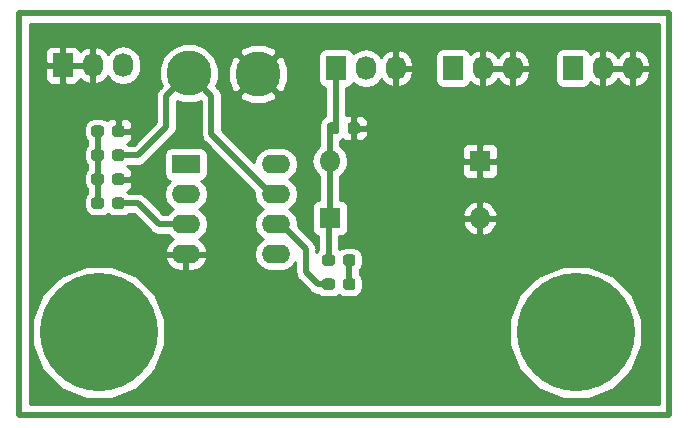
<source format=gbr>
%TF.GenerationSoftware,KiCad,Pcbnew,5.0.2-bee76a0~70~ubuntu18.04.1*%
%TF.CreationDate,2019-07-21T13:21:52-06:00*%
%TF.ProjectId,MX+ Distortion Pedal,4d582b20-4469-4737-946f-7274696f6e20,rev?*%
%TF.SameCoordinates,Original*%
%TF.FileFunction,Copper,L1,Top*%
%TF.FilePolarity,Positive*%
%FSLAX46Y46*%
G04 Gerber Fmt 4.6, Leading zero omitted, Abs format (unit mm)*
G04 Created by KiCad (PCBNEW 5.0.2-bee76a0~70~ubuntu18.04.1) date Sun 21 Jul 2019 01:21:52 PM MDT*
%MOMM*%
%LPD*%
G01*
G04 APERTURE LIST*
%ADD10C,0.500000*%
%ADD11C,10.000000*%
%ADD12C,0.100000*%
%ADD13C,0.950000*%
%ADD14O,1.800000X1.800000*%
%ADD15R,1.800000X1.800000*%
%ADD16O,1.730000X2.030000*%
%ADD17R,1.730000X2.030000*%
%ADD18O,2.400000X1.600000*%
%ADD19R,2.400000X1.600000*%
%ADD20C,3.810000*%
%ADD21C,0.508000*%
%ADD22C,0.254000*%
G04 APERTURE END LIST*
D10*
X40000000Y-70000000D02*
X95000000Y-70000000D01*
X95000000Y-36000000D02*
X95000000Y-70000000D01*
X40000000Y-36000000D02*
X40000000Y-70000000D01*
X40000000Y-36000000D02*
X95000000Y-36000000D01*
D11*
X87122000Y-62992000D03*
X46736000Y-62992000D03*
D12*
G36*
X66491779Y-58454144D02*
X66514834Y-58457563D01*
X66537443Y-58463227D01*
X66559387Y-58471079D01*
X66580457Y-58481044D01*
X66600448Y-58493026D01*
X66619168Y-58506910D01*
X66636438Y-58522562D01*
X66652090Y-58539832D01*
X66665974Y-58558552D01*
X66677956Y-58578543D01*
X66687921Y-58599613D01*
X66695773Y-58621557D01*
X66701437Y-58644166D01*
X66704856Y-58667221D01*
X66706000Y-58690500D01*
X66706000Y-59165500D01*
X66704856Y-59188779D01*
X66701437Y-59211834D01*
X66695773Y-59234443D01*
X66687921Y-59256387D01*
X66677956Y-59277457D01*
X66665974Y-59297448D01*
X66652090Y-59316168D01*
X66636438Y-59333438D01*
X66619168Y-59349090D01*
X66600448Y-59362974D01*
X66580457Y-59374956D01*
X66559387Y-59384921D01*
X66537443Y-59392773D01*
X66514834Y-59398437D01*
X66491779Y-59401856D01*
X66468500Y-59403000D01*
X65893500Y-59403000D01*
X65870221Y-59401856D01*
X65847166Y-59398437D01*
X65824557Y-59392773D01*
X65802613Y-59384921D01*
X65781543Y-59374956D01*
X65761552Y-59362974D01*
X65742832Y-59349090D01*
X65725562Y-59333438D01*
X65709910Y-59316168D01*
X65696026Y-59297448D01*
X65684044Y-59277457D01*
X65674079Y-59256387D01*
X65666227Y-59234443D01*
X65660563Y-59211834D01*
X65657144Y-59188779D01*
X65656000Y-59165500D01*
X65656000Y-58690500D01*
X65657144Y-58667221D01*
X65660563Y-58644166D01*
X65666227Y-58621557D01*
X65674079Y-58599613D01*
X65684044Y-58578543D01*
X65696026Y-58558552D01*
X65709910Y-58539832D01*
X65725562Y-58522562D01*
X65742832Y-58506910D01*
X65761552Y-58493026D01*
X65781543Y-58481044D01*
X65802613Y-58471079D01*
X65824557Y-58463227D01*
X65847166Y-58457563D01*
X65870221Y-58454144D01*
X65893500Y-58453000D01*
X66468500Y-58453000D01*
X66491779Y-58454144D01*
X66491779Y-58454144D01*
G37*
D13*
X66181000Y-58928000D03*
D12*
G36*
X68241779Y-58454144D02*
X68264834Y-58457563D01*
X68287443Y-58463227D01*
X68309387Y-58471079D01*
X68330457Y-58481044D01*
X68350448Y-58493026D01*
X68369168Y-58506910D01*
X68386438Y-58522562D01*
X68402090Y-58539832D01*
X68415974Y-58558552D01*
X68427956Y-58578543D01*
X68437921Y-58599613D01*
X68445773Y-58621557D01*
X68451437Y-58644166D01*
X68454856Y-58667221D01*
X68456000Y-58690500D01*
X68456000Y-59165500D01*
X68454856Y-59188779D01*
X68451437Y-59211834D01*
X68445773Y-59234443D01*
X68437921Y-59256387D01*
X68427956Y-59277457D01*
X68415974Y-59297448D01*
X68402090Y-59316168D01*
X68386438Y-59333438D01*
X68369168Y-59349090D01*
X68350448Y-59362974D01*
X68330457Y-59374956D01*
X68309387Y-59384921D01*
X68287443Y-59392773D01*
X68264834Y-59398437D01*
X68241779Y-59401856D01*
X68218500Y-59403000D01*
X67643500Y-59403000D01*
X67620221Y-59401856D01*
X67597166Y-59398437D01*
X67574557Y-59392773D01*
X67552613Y-59384921D01*
X67531543Y-59374956D01*
X67511552Y-59362974D01*
X67492832Y-59349090D01*
X67475562Y-59333438D01*
X67459910Y-59316168D01*
X67446026Y-59297448D01*
X67434044Y-59277457D01*
X67424079Y-59256387D01*
X67416227Y-59234443D01*
X67410563Y-59211834D01*
X67407144Y-59188779D01*
X67406000Y-59165500D01*
X67406000Y-58690500D01*
X67407144Y-58667221D01*
X67410563Y-58644166D01*
X67416227Y-58621557D01*
X67424079Y-58599613D01*
X67434044Y-58578543D01*
X67446026Y-58558552D01*
X67459910Y-58539832D01*
X67475562Y-58522562D01*
X67492832Y-58506910D01*
X67511552Y-58493026D01*
X67531543Y-58481044D01*
X67552613Y-58471079D01*
X67574557Y-58463227D01*
X67597166Y-58457563D01*
X67620221Y-58454144D01*
X67643500Y-58453000D01*
X68218500Y-58453000D01*
X68241779Y-58454144D01*
X68241779Y-58454144D01*
G37*
D13*
X67931000Y-58928000D03*
D12*
G36*
X68636779Y-45246144D02*
X68659834Y-45249563D01*
X68682443Y-45255227D01*
X68704387Y-45263079D01*
X68725457Y-45273044D01*
X68745448Y-45285026D01*
X68764168Y-45298910D01*
X68781438Y-45314562D01*
X68797090Y-45331832D01*
X68810974Y-45350552D01*
X68822956Y-45370543D01*
X68832921Y-45391613D01*
X68840773Y-45413557D01*
X68846437Y-45436166D01*
X68849856Y-45459221D01*
X68851000Y-45482500D01*
X68851000Y-45957500D01*
X68849856Y-45980779D01*
X68846437Y-46003834D01*
X68840773Y-46026443D01*
X68832921Y-46048387D01*
X68822956Y-46069457D01*
X68810974Y-46089448D01*
X68797090Y-46108168D01*
X68781438Y-46125438D01*
X68764168Y-46141090D01*
X68745448Y-46154974D01*
X68725457Y-46166956D01*
X68704387Y-46176921D01*
X68682443Y-46184773D01*
X68659834Y-46190437D01*
X68636779Y-46193856D01*
X68613500Y-46195000D01*
X68038500Y-46195000D01*
X68015221Y-46193856D01*
X67992166Y-46190437D01*
X67969557Y-46184773D01*
X67947613Y-46176921D01*
X67926543Y-46166956D01*
X67906552Y-46154974D01*
X67887832Y-46141090D01*
X67870562Y-46125438D01*
X67854910Y-46108168D01*
X67841026Y-46089448D01*
X67829044Y-46069457D01*
X67819079Y-46048387D01*
X67811227Y-46026443D01*
X67805563Y-46003834D01*
X67802144Y-45980779D01*
X67801000Y-45957500D01*
X67801000Y-45482500D01*
X67802144Y-45459221D01*
X67805563Y-45436166D01*
X67811227Y-45413557D01*
X67819079Y-45391613D01*
X67829044Y-45370543D01*
X67841026Y-45350552D01*
X67854910Y-45331832D01*
X67870562Y-45314562D01*
X67887832Y-45298910D01*
X67906552Y-45285026D01*
X67926543Y-45273044D01*
X67947613Y-45263079D01*
X67969557Y-45255227D01*
X67992166Y-45249563D01*
X68015221Y-45246144D01*
X68038500Y-45245000D01*
X68613500Y-45245000D01*
X68636779Y-45246144D01*
X68636779Y-45246144D01*
G37*
D13*
X68326000Y-45720000D03*
D12*
G36*
X66886779Y-45246144D02*
X66909834Y-45249563D01*
X66932443Y-45255227D01*
X66954387Y-45263079D01*
X66975457Y-45273044D01*
X66995448Y-45285026D01*
X67014168Y-45298910D01*
X67031438Y-45314562D01*
X67047090Y-45331832D01*
X67060974Y-45350552D01*
X67072956Y-45370543D01*
X67082921Y-45391613D01*
X67090773Y-45413557D01*
X67096437Y-45436166D01*
X67099856Y-45459221D01*
X67101000Y-45482500D01*
X67101000Y-45957500D01*
X67099856Y-45980779D01*
X67096437Y-46003834D01*
X67090773Y-46026443D01*
X67082921Y-46048387D01*
X67072956Y-46069457D01*
X67060974Y-46089448D01*
X67047090Y-46108168D01*
X67031438Y-46125438D01*
X67014168Y-46141090D01*
X66995448Y-46154974D01*
X66975457Y-46166956D01*
X66954387Y-46176921D01*
X66932443Y-46184773D01*
X66909834Y-46190437D01*
X66886779Y-46193856D01*
X66863500Y-46195000D01*
X66288500Y-46195000D01*
X66265221Y-46193856D01*
X66242166Y-46190437D01*
X66219557Y-46184773D01*
X66197613Y-46176921D01*
X66176543Y-46166956D01*
X66156552Y-46154974D01*
X66137832Y-46141090D01*
X66120562Y-46125438D01*
X66104910Y-46108168D01*
X66091026Y-46089448D01*
X66079044Y-46069457D01*
X66069079Y-46048387D01*
X66061227Y-46026443D01*
X66055563Y-46003834D01*
X66052144Y-45980779D01*
X66051000Y-45957500D01*
X66051000Y-45482500D01*
X66052144Y-45459221D01*
X66055563Y-45436166D01*
X66061227Y-45413557D01*
X66069079Y-45391613D01*
X66079044Y-45370543D01*
X66091026Y-45350552D01*
X66104910Y-45331832D01*
X66120562Y-45314562D01*
X66137832Y-45298910D01*
X66156552Y-45285026D01*
X66176543Y-45273044D01*
X66197613Y-45263079D01*
X66219557Y-45255227D01*
X66242166Y-45249563D01*
X66265221Y-45246144D01*
X66288500Y-45245000D01*
X66863500Y-45245000D01*
X66886779Y-45246144D01*
X66886779Y-45246144D01*
G37*
D13*
X66576000Y-45720000D03*
D12*
G36*
X48683779Y-45500144D02*
X48706834Y-45503563D01*
X48729443Y-45509227D01*
X48751387Y-45517079D01*
X48772457Y-45527044D01*
X48792448Y-45539026D01*
X48811168Y-45552910D01*
X48828438Y-45568562D01*
X48844090Y-45585832D01*
X48857974Y-45604552D01*
X48869956Y-45624543D01*
X48879921Y-45645613D01*
X48887773Y-45667557D01*
X48893437Y-45690166D01*
X48896856Y-45713221D01*
X48898000Y-45736500D01*
X48898000Y-46211500D01*
X48896856Y-46234779D01*
X48893437Y-46257834D01*
X48887773Y-46280443D01*
X48879921Y-46302387D01*
X48869956Y-46323457D01*
X48857974Y-46343448D01*
X48844090Y-46362168D01*
X48828438Y-46379438D01*
X48811168Y-46395090D01*
X48792448Y-46408974D01*
X48772457Y-46420956D01*
X48751387Y-46430921D01*
X48729443Y-46438773D01*
X48706834Y-46444437D01*
X48683779Y-46447856D01*
X48660500Y-46449000D01*
X48085500Y-46449000D01*
X48062221Y-46447856D01*
X48039166Y-46444437D01*
X48016557Y-46438773D01*
X47994613Y-46430921D01*
X47973543Y-46420956D01*
X47953552Y-46408974D01*
X47934832Y-46395090D01*
X47917562Y-46379438D01*
X47901910Y-46362168D01*
X47888026Y-46343448D01*
X47876044Y-46323457D01*
X47866079Y-46302387D01*
X47858227Y-46280443D01*
X47852563Y-46257834D01*
X47849144Y-46234779D01*
X47848000Y-46211500D01*
X47848000Y-45736500D01*
X47849144Y-45713221D01*
X47852563Y-45690166D01*
X47858227Y-45667557D01*
X47866079Y-45645613D01*
X47876044Y-45624543D01*
X47888026Y-45604552D01*
X47901910Y-45585832D01*
X47917562Y-45568562D01*
X47934832Y-45552910D01*
X47953552Y-45539026D01*
X47973543Y-45527044D01*
X47994613Y-45517079D01*
X48016557Y-45509227D01*
X48039166Y-45503563D01*
X48062221Y-45500144D01*
X48085500Y-45499000D01*
X48660500Y-45499000D01*
X48683779Y-45500144D01*
X48683779Y-45500144D01*
G37*
D13*
X48373000Y-45974000D03*
D12*
G36*
X46933779Y-45500144D02*
X46956834Y-45503563D01*
X46979443Y-45509227D01*
X47001387Y-45517079D01*
X47022457Y-45527044D01*
X47042448Y-45539026D01*
X47061168Y-45552910D01*
X47078438Y-45568562D01*
X47094090Y-45585832D01*
X47107974Y-45604552D01*
X47119956Y-45624543D01*
X47129921Y-45645613D01*
X47137773Y-45667557D01*
X47143437Y-45690166D01*
X47146856Y-45713221D01*
X47148000Y-45736500D01*
X47148000Y-46211500D01*
X47146856Y-46234779D01*
X47143437Y-46257834D01*
X47137773Y-46280443D01*
X47129921Y-46302387D01*
X47119956Y-46323457D01*
X47107974Y-46343448D01*
X47094090Y-46362168D01*
X47078438Y-46379438D01*
X47061168Y-46395090D01*
X47042448Y-46408974D01*
X47022457Y-46420956D01*
X47001387Y-46430921D01*
X46979443Y-46438773D01*
X46956834Y-46444437D01*
X46933779Y-46447856D01*
X46910500Y-46449000D01*
X46335500Y-46449000D01*
X46312221Y-46447856D01*
X46289166Y-46444437D01*
X46266557Y-46438773D01*
X46244613Y-46430921D01*
X46223543Y-46420956D01*
X46203552Y-46408974D01*
X46184832Y-46395090D01*
X46167562Y-46379438D01*
X46151910Y-46362168D01*
X46138026Y-46343448D01*
X46126044Y-46323457D01*
X46116079Y-46302387D01*
X46108227Y-46280443D01*
X46102563Y-46257834D01*
X46099144Y-46234779D01*
X46098000Y-46211500D01*
X46098000Y-45736500D01*
X46099144Y-45713221D01*
X46102563Y-45690166D01*
X46108227Y-45667557D01*
X46116079Y-45645613D01*
X46126044Y-45624543D01*
X46138026Y-45604552D01*
X46151910Y-45585832D01*
X46167562Y-45568562D01*
X46184832Y-45552910D01*
X46203552Y-45539026D01*
X46223543Y-45527044D01*
X46244613Y-45517079D01*
X46266557Y-45509227D01*
X46289166Y-45503563D01*
X46312221Y-45500144D01*
X46335500Y-45499000D01*
X46910500Y-45499000D01*
X46933779Y-45500144D01*
X46933779Y-45500144D01*
G37*
D13*
X46623000Y-45974000D03*
D14*
X78994000Y-53340000D03*
D15*
X66294000Y-53340000D03*
D14*
X66294000Y-48514000D03*
D15*
X78994000Y-48514000D03*
D16*
X71882000Y-40640000D03*
X69342000Y-40640000D03*
D17*
X66802000Y-40640000D03*
D16*
X91948000Y-40640000D03*
X89408000Y-40640000D03*
D17*
X86868000Y-40640000D03*
D16*
X48768000Y-40386000D03*
X46228000Y-40386000D03*
D17*
X43688000Y-40386000D03*
D16*
X81788000Y-40640000D03*
X79248000Y-40640000D03*
D17*
X76708000Y-40640000D03*
D12*
G36*
X46933779Y-51596144D02*
X46956834Y-51599563D01*
X46979443Y-51605227D01*
X47001387Y-51613079D01*
X47022457Y-51623044D01*
X47042448Y-51635026D01*
X47061168Y-51648910D01*
X47078438Y-51664562D01*
X47094090Y-51681832D01*
X47107974Y-51700552D01*
X47119956Y-51720543D01*
X47129921Y-51741613D01*
X47137773Y-51763557D01*
X47143437Y-51786166D01*
X47146856Y-51809221D01*
X47148000Y-51832500D01*
X47148000Y-52307500D01*
X47146856Y-52330779D01*
X47143437Y-52353834D01*
X47137773Y-52376443D01*
X47129921Y-52398387D01*
X47119956Y-52419457D01*
X47107974Y-52439448D01*
X47094090Y-52458168D01*
X47078438Y-52475438D01*
X47061168Y-52491090D01*
X47042448Y-52504974D01*
X47022457Y-52516956D01*
X47001387Y-52526921D01*
X46979443Y-52534773D01*
X46956834Y-52540437D01*
X46933779Y-52543856D01*
X46910500Y-52545000D01*
X46335500Y-52545000D01*
X46312221Y-52543856D01*
X46289166Y-52540437D01*
X46266557Y-52534773D01*
X46244613Y-52526921D01*
X46223543Y-52516956D01*
X46203552Y-52504974D01*
X46184832Y-52491090D01*
X46167562Y-52475438D01*
X46151910Y-52458168D01*
X46138026Y-52439448D01*
X46126044Y-52419457D01*
X46116079Y-52398387D01*
X46108227Y-52376443D01*
X46102563Y-52353834D01*
X46099144Y-52330779D01*
X46098000Y-52307500D01*
X46098000Y-51832500D01*
X46099144Y-51809221D01*
X46102563Y-51786166D01*
X46108227Y-51763557D01*
X46116079Y-51741613D01*
X46126044Y-51720543D01*
X46138026Y-51700552D01*
X46151910Y-51681832D01*
X46167562Y-51664562D01*
X46184832Y-51648910D01*
X46203552Y-51635026D01*
X46223543Y-51623044D01*
X46244613Y-51613079D01*
X46266557Y-51605227D01*
X46289166Y-51599563D01*
X46312221Y-51596144D01*
X46335500Y-51595000D01*
X46910500Y-51595000D01*
X46933779Y-51596144D01*
X46933779Y-51596144D01*
G37*
D13*
X46623000Y-52070000D03*
D12*
G36*
X48683779Y-51596144D02*
X48706834Y-51599563D01*
X48729443Y-51605227D01*
X48751387Y-51613079D01*
X48772457Y-51623044D01*
X48792448Y-51635026D01*
X48811168Y-51648910D01*
X48828438Y-51664562D01*
X48844090Y-51681832D01*
X48857974Y-51700552D01*
X48869956Y-51720543D01*
X48879921Y-51741613D01*
X48887773Y-51763557D01*
X48893437Y-51786166D01*
X48896856Y-51809221D01*
X48898000Y-51832500D01*
X48898000Y-52307500D01*
X48896856Y-52330779D01*
X48893437Y-52353834D01*
X48887773Y-52376443D01*
X48879921Y-52398387D01*
X48869956Y-52419457D01*
X48857974Y-52439448D01*
X48844090Y-52458168D01*
X48828438Y-52475438D01*
X48811168Y-52491090D01*
X48792448Y-52504974D01*
X48772457Y-52516956D01*
X48751387Y-52526921D01*
X48729443Y-52534773D01*
X48706834Y-52540437D01*
X48683779Y-52543856D01*
X48660500Y-52545000D01*
X48085500Y-52545000D01*
X48062221Y-52543856D01*
X48039166Y-52540437D01*
X48016557Y-52534773D01*
X47994613Y-52526921D01*
X47973543Y-52516956D01*
X47953552Y-52504974D01*
X47934832Y-52491090D01*
X47917562Y-52475438D01*
X47901910Y-52458168D01*
X47888026Y-52439448D01*
X47876044Y-52419457D01*
X47866079Y-52398387D01*
X47858227Y-52376443D01*
X47852563Y-52353834D01*
X47849144Y-52330779D01*
X47848000Y-52307500D01*
X47848000Y-51832500D01*
X47849144Y-51809221D01*
X47852563Y-51786166D01*
X47858227Y-51763557D01*
X47866079Y-51741613D01*
X47876044Y-51720543D01*
X47888026Y-51700552D01*
X47901910Y-51681832D01*
X47917562Y-51664562D01*
X47934832Y-51648910D01*
X47953552Y-51635026D01*
X47973543Y-51623044D01*
X47994613Y-51613079D01*
X48016557Y-51605227D01*
X48039166Y-51599563D01*
X48062221Y-51596144D01*
X48085500Y-51595000D01*
X48660500Y-51595000D01*
X48683779Y-51596144D01*
X48683779Y-51596144D01*
G37*
D13*
X48373000Y-52070000D03*
D12*
G36*
X68241779Y-56422144D02*
X68264834Y-56425563D01*
X68287443Y-56431227D01*
X68309387Y-56439079D01*
X68330457Y-56449044D01*
X68350448Y-56461026D01*
X68369168Y-56474910D01*
X68386438Y-56490562D01*
X68402090Y-56507832D01*
X68415974Y-56526552D01*
X68427956Y-56546543D01*
X68437921Y-56567613D01*
X68445773Y-56589557D01*
X68451437Y-56612166D01*
X68454856Y-56635221D01*
X68456000Y-56658500D01*
X68456000Y-57133500D01*
X68454856Y-57156779D01*
X68451437Y-57179834D01*
X68445773Y-57202443D01*
X68437921Y-57224387D01*
X68427956Y-57245457D01*
X68415974Y-57265448D01*
X68402090Y-57284168D01*
X68386438Y-57301438D01*
X68369168Y-57317090D01*
X68350448Y-57330974D01*
X68330457Y-57342956D01*
X68309387Y-57352921D01*
X68287443Y-57360773D01*
X68264834Y-57366437D01*
X68241779Y-57369856D01*
X68218500Y-57371000D01*
X67643500Y-57371000D01*
X67620221Y-57369856D01*
X67597166Y-57366437D01*
X67574557Y-57360773D01*
X67552613Y-57352921D01*
X67531543Y-57342956D01*
X67511552Y-57330974D01*
X67492832Y-57317090D01*
X67475562Y-57301438D01*
X67459910Y-57284168D01*
X67446026Y-57265448D01*
X67434044Y-57245457D01*
X67424079Y-57224387D01*
X67416227Y-57202443D01*
X67410563Y-57179834D01*
X67407144Y-57156779D01*
X67406000Y-57133500D01*
X67406000Y-56658500D01*
X67407144Y-56635221D01*
X67410563Y-56612166D01*
X67416227Y-56589557D01*
X67424079Y-56567613D01*
X67434044Y-56546543D01*
X67446026Y-56526552D01*
X67459910Y-56507832D01*
X67475562Y-56490562D01*
X67492832Y-56474910D01*
X67511552Y-56461026D01*
X67531543Y-56449044D01*
X67552613Y-56439079D01*
X67574557Y-56431227D01*
X67597166Y-56425563D01*
X67620221Y-56422144D01*
X67643500Y-56421000D01*
X68218500Y-56421000D01*
X68241779Y-56422144D01*
X68241779Y-56422144D01*
G37*
D13*
X67931000Y-56896000D03*
D12*
G36*
X66491779Y-56422144D02*
X66514834Y-56425563D01*
X66537443Y-56431227D01*
X66559387Y-56439079D01*
X66580457Y-56449044D01*
X66600448Y-56461026D01*
X66619168Y-56474910D01*
X66636438Y-56490562D01*
X66652090Y-56507832D01*
X66665974Y-56526552D01*
X66677956Y-56546543D01*
X66687921Y-56567613D01*
X66695773Y-56589557D01*
X66701437Y-56612166D01*
X66704856Y-56635221D01*
X66706000Y-56658500D01*
X66706000Y-57133500D01*
X66704856Y-57156779D01*
X66701437Y-57179834D01*
X66695773Y-57202443D01*
X66687921Y-57224387D01*
X66677956Y-57245457D01*
X66665974Y-57265448D01*
X66652090Y-57284168D01*
X66636438Y-57301438D01*
X66619168Y-57317090D01*
X66600448Y-57330974D01*
X66580457Y-57342956D01*
X66559387Y-57352921D01*
X66537443Y-57360773D01*
X66514834Y-57366437D01*
X66491779Y-57369856D01*
X66468500Y-57371000D01*
X65893500Y-57371000D01*
X65870221Y-57369856D01*
X65847166Y-57366437D01*
X65824557Y-57360773D01*
X65802613Y-57352921D01*
X65781543Y-57342956D01*
X65761552Y-57330974D01*
X65742832Y-57317090D01*
X65725562Y-57301438D01*
X65709910Y-57284168D01*
X65696026Y-57265448D01*
X65684044Y-57245457D01*
X65674079Y-57224387D01*
X65666227Y-57202443D01*
X65660563Y-57179834D01*
X65657144Y-57156779D01*
X65656000Y-57133500D01*
X65656000Y-56658500D01*
X65657144Y-56635221D01*
X65660563Y-56612166D01*
X65666227Y-56589557D01*
X65674079Y-56567613D01*
X65684044Y-56546543D01*
X65696026Y-56526552D01*
X65709910Y-56507832D01*
X65725562Y-56490562D01*
X65742832Y-56474910D01*
X65761552Y-56461026D01*
X65781543Y-56449044D01*
X65802613Y-56439079D01*
X65824557Y-56431227D01*
X65847166Y-56425563D01*
X65870221Y-56422144D01*
X65893500Y-56421000D01*
X66468500Y-56421000D01*
X66491779Y-56422144D01*
X66491779Y-56422144D01*
G37*
D13*
X66181000Y-56896000D03*
D12*
G36*
X46933779Y-47532144D02*
X46956834Y-47535563D01*
X46979443Y-47541227D01*
X47001387Y-47549079D01*
X47022457Y-47559044D01*
X47042448Y-47571026D01*
X47061168Y-47584910D01*
X47078438Y-47600562D01*
X47094090Y-47617832D01*
X47107974Y-47636552D01*
X47119956Y-47656543D01*
X47129921Y-47677613D01*
X47137773Y-47699557D01*
X47143437Y-47722166D01*
X47146856Y-47745221D01*
X47148000Y-47768500D01*
X47148000Y-48243500D01*
X47146856Y-48266779D01*
X47143437Y-48289834D01*
X47137773Y-48312443D01*
X47129921Y-48334387D01*
X47119956Y-48355457D01*
X47107974Y-48375448D01*
X47094090Y-48394168D01*
X47078438Y-48411438D01*
X47061168Y-48427090D01*
X47042448Y-48440974D01*
X47022457Y-48452956D01*
X47001387Y-48462921D01*
X46979443Y-48470773D01*
X46956834Y-48476437D01*
X46933779Y-48479856D01*
X46910500Y-48481000D01*
X46335500Y-48481000D01*
X46312221Y-48479856D01*
X46289166Y-48476437D01*
X46266557Y-48470773D01*
X46244613Y-48462921D01*
X46223543Y-48452956D01*
X46203552Y-48440974D01*
X46184832Y-48427090D01*
X46167562Y-48411438D01*
X46151910Y-48394168D01*
X46138026Y-48375448D01*
X46126044Y-48355457D01*
X46116079Y-48334387D01*
X46108227Y-48312443D01*
X46102563Y-48289834D01*
X46099144Y-48266779D01*
X46098000Y-48243500D01*
X46098000Y-47768500D01*
X46099144Y-47745221D01*
X46102563Y-47722166D01*
X46108227Y-47699557D01*
X46116079Y-47677613D01*
X46126044Y-47656543D01*
X46138026Y-47636552D01*
X46151910Y-47617832D01*
X46167562Y-47600562D01*
X46184832Y-47584910D01*
X46203552Y-47571026D01*
X46223543Y-47559044D01*
X46244613Y-47549079D01*
X46266557Y-47541227D01*
X46289166Y-47535563D01*
X46312221Y-47532144D01*
X46335500Y-47531000D01*
X46910500Y-47531000D01*
X46933779Y-47532144D01*
X46933779Y-47532144D01*
G37*
D13*
X46623000Y-48006000D03*
D12*
G36*
X48683779Y-47532144D02*
X48706834Y-47535563D01*
X48729443Y-47541227D01*
X48751387Y-47549079D01*
X48772457Y-47559044D01*
X48792448Y-47571026D01*
X48811168Y-47584910D01*
X48828438Y-47600562D01*
X48844090Y-47617832D01*
X48857974Y-47636552D01*
X48869956Y-47656543D01*
X48879921Y-47677613D01*
X48887773Y-47699557D01*
X48893437Y-47722166D01*
X48896856Y-47745221D01*
X48898000Y-47768500D01*
X48898000Y-48243500D01*
X48896856Y-48266779D01*
X48893437Y-48289834D01*
X48887773Y-48312443D01*
X48879921Y-48334387D01*
X48869956Y-48355457D01*
X48857974Y-48375448D01*
X48844090Y-48394168D01*
X48828438Y-48411438D01*
X48811168Y-48427090D01*
X48792448Y-48440974D01*
X48772457Y-48452956D01*
X48751387Y-48462921D01*
X48729443Y-48470773D01*
X48706834Y-48476437D01*
X48683779Y-48479856D01*
X48660500Y-48481000D01*
X48085500Y-48481000D01*
X48062221Y-48479856D01*
X48039166Y-48476437D01*
X48016557Y-48470773D01*
X47994613Y-48462921D01*
X47973543Y-48452956D01*
X47953552Y-48440974D01*
X47934832Y-48427090D01*
X47917562Y-48411438D01*
X47901910Y-48394168D01*
X47888026Y-48375448D01*
X47876044Y-48355457D01*
X47866079Y-48334387D01*
X47858227Y-48312443D01*
X47852563Y-48289834D01*
X47849144Y-48266779D01*
X47848000Y-48243500D01*
X47848000Y-47768500D01*
X47849144Y-47745221D01*
X47852563Y-47722166D01*
X47858227Y-47699557D01*
X47866079Y-47677613D01*
X47876044Y-47656543D01*
X47888026Y-47636552D01*
X47901910Y-47617832D01*
X47917562Y-47600562D01*
X47934832Y-47584910D01*
X47953552Y-47571026D01*
X47973543Y-47559044D01*
X47994613Y-47549079D01*
X48016557Y-47541227D01*
X48039166Y-47535563D01*
X48062221Y-47532144D01*
X48085500Y-47531000D01*
X48660500Y-47531000D01*
X48683779Y-47532144D01*
X48683779Y-47532144D01*
G37*
D13*
X48373000Y-48006000D03*
D12*
G36*
X48683779Y-49564144D02*
X48706834Y-49567563D01*
X48729443Y-49573227D01*
X48751387Y-49581079D01*
X48772457Y-49591044D01*
X48792448Y-49603026D01*
X48811168Y-49616910D01*
X48828438Y-49632562D01*
X48844090Y-49649832D01*
X48857974Y-49668552D01*
X48869956Y-49688543D01*
X48879921Y-49709613D01*
X48887773Y-49731557D01*
X48893437Y-49754166D01*
X48896856Y-49777221D01*
X48898000Y-49800500D01*
X48898000Y-50275500D01*
X48896856Y-50298779D01*
X48893437Y-50321834D01*
X48887773Y-50344443D01*
X48879921Y-50366387D01*
X48869956Y-50387457D01*
X48857974Y-50407448D01*
X48844090Y-50426168D01*
X48828438Y-50443438D01*
X48811168Y-50459090D01*
X48792448Y-50472974D01*
X48772457Y-50484956D01*
X48751387Y-50494921D01*
X48729443Y-50502773D01*
X48706834Y-50508437D01*
X48683779Y-50511856D01*
X48660500Y-50513000D01*
X48085500Y-50513000D01*
X48062221Y-50511856D01*
X48039166Y-50508437D01*
X48016557Y-50502773D01*
X47994613Y-50494921D01*
X47973543Y-50484956D01*
X47953552Y-50472974D01*
X47934832Y-50459090D01*
X47917562Y-50443438D01*
X47901910Y-50426168D01*
X47888026Y-50407448D01*
X47876044Y-50387457D01*
X47866079Y-50366387D01*
X47858227Y-50344443D01*
X47852563Y-50321834D01*
X47849144Y-50298779D01*
X47848000Y-50275500D01*
X47848000Y-49800500D01*
X47849144Y-49777221D01*
X47852563Y-49754166D01*
X47858227Y-49731557D01*
X47866079Y-49709613D01*
X47876044Y-49688543D01*
X47888026Y-49668552D01*
X47901910Y-49649832D01*
X47917562Y-49632562D01*
X47934832Y-49616910D01*
X47953552Y-49603026D01*
X47973543Y-49591044D01*
X47994613Y-49581079D01*
X48016557Y-49573227D01*
X48039166Y-49567563D01*
X48062221Y-49564144D01*
X48085500Y-49563000D01*
X48660500Y-49563000D01*
X48683779Y-49564144D01*
X48683779Y-49564144D01*
G37*
D13*
X48373000Y-50038000D03*
D12*
G36*
X46933779Y-49564144D02*
X46956834Y-49567563D01*
X46979443Y-49573227D01*
X47001387Y-49581079D01*
X47022457Y-49591044D01*
X47042448Y-49603026D01*
X47061168Y-49616910D01*
X47078438Y-49632562D01*
X47094090Y-49649832D01*
X47107974Y-49668552D01*
X47119956Y-49688543D01*
X47129921Y-49709613D01*
X47137773Y-49731557D01*
X47143437Y-49754166D01*
X47146856Y-49777221D01*
X47148000Y-49800500D01*
X47148000Y-50275500D01*
X47146856Y-50298779D01*
X47143437Y-50321834D01*
X47137773Y-50344443D01*
X47129921Y-50366387D01*
X47119956Y-50387457D01*
X47107974Y-50407448D01*
X47094090Y-50426168D01*
X47078438Y-50443438D01*
X47061168Y-50459090D01*
X47042448Y-50472974D01*
X47022457Y-50484956D01*
X47001387Y-50494921D01*
X46979443Y-50502773D01*
X46956834Y-50508437D01*
X46933779Y-50511856D01*
X46910500Y-50513000D01*
X46335500Y-50513000D01*
X46312221Y-50511856D01*
X46289166Y-50508437D01*
X46266557Y-50502773D01*
X46244613Y-50494921D01*
X46223543Y-50484956D01*
X46203552Y-50472974D01*
X46184832Y-50459090D01*
X46167562Y-50443438D01*
X46151910Y-50426168D01*
X46138026Y-50407448D01*
X46126044Y-50387457D01*
X46116079Y-50366387D01*
X46108227Y-50344443D01*
X46102563Y-50321834D01*
X46099144Y-50298779D01*
X46098000Y-50275500D01*
X46098000Y-49800500D01*
X46099144Y-49777221D01*
X46102563Y-49754166D01*
X46108227Y-49731557D01*
X46116079Y-49709613D01*
X46126044Y-49688543D01*
X46138026Y-49668552D01*
X46151910Y-49649832D01*
X46167562Y-49632562D01*
X46184832Y-49616910D01*
X46203552Y-49603026D01*
X46223543Y-49591044D01*
X46244613Y-49581079D01*
X46266557Y-49573227D01*
X46289166Y-49567563D01*
X46312221Y-49564144D01*
X46335500Y-49563000D01*
X46910500Y-49563000D01*
X46933779Y-49564144D01*
X46933779Y-49564144D01*
G37*
D13*
X46623000Y-50038000D03*
D18*
X61722000Y-48768000D03*
X54102000Y-56388000D03*
X61722000Y-51308000D03*
X54102000Y-53848000D03*
X61722000Y-53848000D03*
X54102000Y-51308000D03*
X61722000Y-56388000D03*
D19*
X54102000Y-48768000D03*
D20*
X54356000Y-41097200D03*
X60198000Y-41148000D03*
D21*
X67931000Y-56896000D02*
X67931000Y-58928000D01*
X65278000Y-58928000D02*
X66181000Y-58928000D01*
X64262000Y-57912000D02*
X65278000Y-58928000D01*
X64262000Y-55988000D02*
X64262000Y-57912000D01*
X61722000Y-53848000D02*
X62122000Y-53848000D01*
X62122000Y-53848000D02*
X64262000Y-55988000D01*
X66181000Y-53453000D02*
X66294000Y-53340000D01*
X66181000Y-56896000D02*
X66181000Y-53453000D01*
X66294000Y-53340000D02*
X66294000Y-48514000D01*
X66294000Y-46002000D02*
X66576000Y-45720000D01*
X66294000Y-48514000D02*
X66294000Y-46002000D01*
X66802000Y-45494000D02*
X66576000Y-45720000D01*
X66802000Y-40640000D02*
X66802000Y-45494000D01*
X46623000Y-45974000D02*
X46623000Y-48006000D01*
X46623000Y-50038000D02*
X46623000Y-48006000D01*
X46623000Y-50038000D02*
X46623000Y-52070000D01*
X48373000Y-52070000D02*
X50038000Y-52070000D01*
X51816000Y-53848000D02*
X54102000Y-53848000D01*
X50038000Y-52070000D02*
X51816000Y-53848000D01*
X61322000Y-51308000D02*
X61722000Y-51308000D01*
X56260999Y-46246999D02*
X61322000Y-51308000D01*
X56260999Y-43002199D02*
X56260999Y-46246999D01*
X54356000Y-41097200D02*
X56260999Y-43002199D01*
X52451001Y-43002199D02*
X52451001Y-45592999D01*
X54356000Y-41097200D02*
X52451001Y-43002199D01*
X50038000Y-48006000D02*
X48373000Y-48006000D01*
X52451001Y-45592999D02*
X50038000Y-48006000D01*
D22*
G36*
X94115001Y-69115000D02*
X40885000Y-69115000D01*
X40885000Y-61871129D01*
X41101000Y-61871129D01*
X41101000Y-64112871D01*
X41958878Y-66183971D01*
X43544029Y-67769122D01*
X45615129Y-68627000D01*
X47856871Y-68627000D01*
X49927971Y-67769122D01*
X51513122Y-66183971D01*
X52371000Y-64112871D01*
X52371000Y-61871129D01*
X81487000Y-61871129D01*
X81487000Y-64112871D01*
X82344878Y-66183971D01*
X83930029Y-67769122D01*
X86001129Y-68627000D01*
X88242871Y-68627000D01*
X90313971Y-67769122D01*
X91899122Y-66183971D01*
X92757000Y-64112871D01*
X92757000Y-61871129D01*
X91899122Y-59800029D01*
X90313971Y-58214878D01*
X88242871Y-57357000D01*
X86001129Y-57357000D01*
X83930029Y-58214878D01*
X82344878Y-59800029D01*
X81487000Y-61871129D01*
X52371000Y-61871129D01*
X51513122Y-59800029D01*
X49927971Y-58214878D01*
X47856871Y-57357000D01*
X45615129Y-57357000D01*
X43544029Y-58214878D01*
X41958878Y-59800029D01*
X41101000Y-61871129D01*
X40885000Y-61871129D01*
X40885000Y-56737039D01*
X52310096Y-56737039D01*
X52327633Y-56819819D01*
X52597500Y-57312896D01*
X53035517Y-57665166D01*
X53575000Y-57823000D01*
X53975000Y-57823000D01*
X53975000Y-56515000D01*
X54229000Y-56515000D01*
X54229000Y-57823000D01*
X54629000Y-57823000D01*
X55168483Y-57665166D01*
X55606500Y-57312896D01*
X55876367Y-56819819D01*
X55893904Y-56737039D01*
X55771915Y-56515000D01*
X54229000Y-56515000D01*
X53975000Y-56515000D01*
X52432085Y-56515000D01*
X52310096Y-56737039D01*
X40885000Y-56737039D01*
X40885000Y-45736500D01*
X45450560Y-45736500D01*
X45450560Y-46211500D01*
X45517922Y-46550152D01*
X45709753Y-46837247D01*
X45734000Y-46853449D01*
X45734001Y-47126551D01*
X45709753Y-47142753D01*
X45517922Y-47429848D01*
X45450560Y-47768500D01*
X45450560Y-48243500D01*
X45517922Y-48582152D01*
X45709753Y-48869247D01*
X45734001Y-48885449D01*
X45734000Y-49158551D01*
X45709753Y-49174753D01*
X45517922Y-49461848D01*
X45450560Y-49800500D01*
X45450560Y-50275500D01*
X45517922Y-50614152D01*
X45709753Y-50901247D01*
X45734000Y-50917449D01*
X45734001Y-51190551D01*
X45709753Y-51206753D01*
X45517922Y-51493848D01*
X45450560Y-51832500D01*
X45450560Y-52307500D01*
X45517922Y-52646152D01*
X45709753Y-52933247D01*
X45996848Y-53125078D01*
X46335500Y-53192440D01*
X46910500Y-53192440D01*
X47249152Y-53125078D01*
X47498000Y-52958803D01*
X47746848Y-53125078D01*
X48085500Y-53192440D01*
X48660500Y-53192440D01*
X48999152Y-53125078D01*
X49247705Y-52959000D01*
X49669765Y-52959000D01*
X51125470Y-54414706D01*
X51175067Y-54488933D01*
X51469130Y-54685419D01*
X51728444Y-54737000D01*
X51728445Y-54737000D01*
X51816000Y-54754416D01*
X51903555Y-54737000D01*
X52570152Y-54737000D01*
X52667423Y-54882577D01*
X53023499Y-55120499D01*
X52597500Y-55463104D01*
X52327633Y-55956181D01*
X52310096Y-56038961D01*
X52432085Y-56261000D01*
X53975000Y-56261000D01*
X53975000Y-56241000D01*
X54229000Y-56241000D01*
X54229000Y-56261000D01*
X55771915Y-56261000D01*
X55893904Y-56038961D01*
X55876367Y-55956181D01*
X55606500Y-55463104D01*
X55180501Y-55120499D01*
X55536577Y-54882577D01*
X55853740Y-54407909D01*
X55965113Y-53848000D01*
X55853740Y-53288091D01*
X55536577Y-52813423D01*
X55184242Y-52578000D01*
X55536577Y-52342577D01*
X55853740Y-51867909D01*
X55965113Y-51308000D01*
X55853740Y-50748091D01*
X55536577Y-50273423D01*
X55415894Y-50192785D01*
X55549765Y-50166157D01*
X55759809Y-50025809D01*
X55900157Y-49815765D01*
X55949440Y-49568000D01*
X55949440Y-47968000D01*
X55900157Y-47720235D01*
X55759809Y-47510191D01*
X55549765Y-47369843D01*
X55302000Y-47320560D01*
X52902000Y-47320560D01*
X52654235Y-47369843D01*
X52444191Y-47510191D01*
X52303843Y-47720235D01*
X52254560Y-47968000D01*
X52254560Y-49568000D01*
X52303843Y-49815765D01*
X52444191Y-50025809D01*
X52654235Y-50166157D01*
X52788106Y-50192785D01*
X52667423Y-50273423D01*
X52350260Y-50748091D01*
X52238887Y-51308000D01*
X52350260Y-51867909D01*
X52667423Y-52342577D01*
X53019758Y-52578000D01*
X52667423Y-52813423D01*
X52570152Y-52959000D01*
X52184236Y-52959000D01*
X50728531Y-51503296D01*
X50678933Y-51429067D01*
X50384870Y-51232581D01*
X50125556Y-51181000D01*
X50125555Y-51181000D01*
X50038000Y-51163584D01*
X49950445Y-51181000D01*
X49247705Y-51181000D01*
X49131727Y-51103506D01*
X49257698Y-51051327D01*
X49436327Y-50872699D01*
X49533000Y-50639310D01*
X49533000Y-50323750D01*
X49374250Y-50165000D01*
X48500000Y-50165000D01*
X48500000Y-50185000D01*
X48246000Y-50185000D01*
X48246000Y-50165000D01*
X48226000Y-50165000D01*
X48226000Y-49911000D01*
X48246000Y-49911000D01*
X48246000Y-49891000D01*
X48500000Y-49891000D01*
X48500000Y-49911000D01*
X49374250Y-49911000D01*
X49533000Y-49752250D01*
X49533000Y-49436690D01*
X49436327Y-49203301D01*
X49257698Y-49024673D01*
X49131727Y-48972494D01*
X49247705Y-48895000D01*
X49950445Y-48895000D01*
X50038000Y-48912416D01*
X50125555Y-48895000D01*
X50125556Y-48895000D01*
X50384870Y-48843419D01*
X50678933Y-48646933D01*
X50728531Y-48572704D01*
X53017708Y-46283528D01*
X53091934Y-46233932D01*
X53288420Y-45939869D01*
X53340001Y-45680555D01*
X53340001Y-45680554D01*
X53357417Y-45592999D01*
X53340001Y-45505444D01*
X53340001Y-43425636D01*
X53850762Y-43637200D01*
X54861238Y-43637200D01*
X55371999Y-43425636D01*
X55372000Y-46159440D01*
X55354583Y-46246999D01*
X55423581Y-46593869D01*
X55544661Y-46775078D01*
X55620067Y-46887932D01*
X55694293Y-46937528D01*
X59893044Y-51136280D01*
X59858887Y-51308000D01*
X59970260Y-51867909D01*
X60287423Y-52342577D01*
X60639758Y-52578000D01*
X60287423Y-52813423D01*
X59970260Y-53288091D01*
X59858887Y-53848000D01*
X59970260Y-54407909D01*
X60287423Y-54882577D01*
X60639758Y-55118000D01*
X60287423Y-55353423D01*
X59970260Y-55828091D01*
X59858887Y-56388000D01*
X59970260Y-56947909D01*
X60287423Y-57422577D01*
X60762091Y-57739740D01*
X61180667Y-57823000D01*
X62263333Y-57823000D01*
X62681909Y-57739740D01*
X63156577Y-57422577D01*
X63373001Y-57098676D01*
X63373001Y-57824441D01*
X63355584Y-57912000D01*
X63391107Y-58090581D01*
X63424582Y-58258870D01*
X63621068Y-58552933D01*
X63695294Y-58602529D01*
X64587471Y-59494706D01*
X64637067Y-59568933D01*
X64931130Y-59765419D01*
X65190444Y-59817000D01*
X65190445Y-59817000D01*
X65278000Y-59834416D01*
X65319889Y-59826084D01*
X65554848Y-59983078D01*
X65893500Y-60050440D01*
X66468500Y-60050440D01*
X66807152Y-59983078D01*
X67056000Y-59816803D01*
X67304848Y-59983078D01*
X67643500Y-60050440D01*
X68218500Y-60050440D01*
X68557152Y-59983078D01*
X68844247Y-59791247D01*
X69036078Y-59504152D01*
X69103440Y-59165500D01*
X69103440Y-58690500D01*
X69036078Y-58351848D01*
X68844247Y-58064753D01*
X68820000Y-58048552D01*
X68820000Y-57775448D01*
X68844247Y-57759247D01*
X69036078Y-57472152D01*
X69103440Y-57133500D01*
X69103440Y-56658500D01*
X69036078Y-56319848D01*
X68844247Y-56032753D01*
X68557152Y-55840922D01*
X68218500Y-55773560D01*
X67643500Y-55773560D01*
X67304848Y-55840922D01*
X67070000Y-55997843D01*
X67070000Y-54887440D01*
X67194000Y-54887440D01*
X67441765Y-54838157D01*
X67651809Y-54697809D01*
X67792157Y-54487765D01*
X67841440Y-54240000D01*
X67841440Y-53704740D01*
X77502964Y-53704740D01*
X77681760Y-54136417D01*
X78086424Y-54577966D01*
X78629258Y-54831046D01*
X78867000Y-54710997D01*
X78867000Y-53467000D01*
X79121000Y-53467000D01*
X79121000Y-54710997D01*
X79358742Y-54831046D01*
X79901576Y-54577966D01*
X80306240Y-54136417D01*
X80485036Y-53704740D01*
X80364378Y-53467000D01*
X79121000Y-53467000D01*
X78867000Y-53467000D01*
X77623622Y-53467000D01*
X77502964Y-53704740D01*
X67841440Y-53704740D01*
X67841440Y-52975260D01*
X77502964Y-52975260D01*
X77623622Y-53213000D01*
X78867000Y-53213000D01*
X78867000Y-51969003D01*
X79121000Y-51969003D01*
X79121000Y-53213000D01*
X80364378Y-53213000D01*
X80485036Y-52975260D01*
X80306240Y-52543583D01*
X79901576Y-52102034D01*
X79358742Y-51848954D01*
X79121000Y-51969003D01*
X78867000Y-51969003D01*
X78629258Y-51848954D01*
X78086424Y-52102034D01*
X77681760Y-52543583D01*
X77502964Y-52975260D01*
X67841440Y-52975260D01*
X67841440Y-52440000D01*
X67792157Y-52192235D01*
X67651809Y-51982191D01*
X67441765Y-51841843D01*
X67194000Y-51792560D01*
X67183000Y-51792560D01*
X67183000Y-49766117D01*
X67400673Y-49620673D01*
X67739938Y-49112927D01*
X67802232Y-48799750D01*
X77459000Y-48799750D01*
X77459000Y-49540310D01*
X77555673Y-49773699D01*
X77734302Y-49952327D01*
X77967691Y-50049000D01*
X78708250Y-50049000D01*
X78867000Y-49890250D01*
X78867000Y-48641000D01*
X79121000Y-48641000D01*
X79121000Y-49890250D01*
X79279750Y-50049000D01*
X80020309Y-50049000D01*
X80253698Y-49952327D01*
X80432327Y-49773699D01*
X80529000Y-49540310D01*
X80529000Y-48799750D01*
X80370250Y-48641000D01*
X79121000Y-48641000D01*
X78867000Y-48641000D01*
X77617750Y-48641000D01*
X77459000Y-48799750D01*
X67802232Y-48799750D01*
X67859072Y-48514000D01*
X67739938Y-47915073D01*
X67454370Y-47487690D01*
X77459000Y-47487690D01*
X77459000Y-48228250D01*
X77617750Y-48387000D01*
X78867000Y-48387000D01*
X78867000Y-47137750D01*
X79121000Y-47137750D01*
X79121000Y-48387000D01*
X80370250Y-48387000D01*
X80529000Y-48228250D01*
X80529000Y-47487690D01*
X80432327Y-47254301D01*
X80253698Y-47075673D01*
X80020309Y-46979000D01*
X79279750Y-46979000D01*
X79121000Y-47137750D01*
X78867000Y-47137750D01*
X78708250Y-46979000D01*
X77967691Y-46979000D01*
X77734302Y-47075673D01*
X77555673Y-47254301D01*
X77459000Y-47487690D01*
X67454370Y-47487690D01*
X67400673Y-47407327D01*
X67183000Y-47261883D01*
X67183000Y-46778888D01*
X67202152Y-46775078D01*
X67370540Y-46662565D01*
X67441302Y-46733327D01*
X67674691Y-46830000D01*
X68040250Y-46830000D01*
X68199000Y-46671250D01*
X68199000Y-45847000D01*
X68453000Y-45847000D01*
X68453000Y-46671250D01*
X68611750Y-46830000D01*
X68977309Y-46830000D01*
X69210698Y-46733327D01*
X69389327Y-46554699D01*
X69486000Y-46321310D01*
X69486000Y-46005750D01*
X69327250Y-45847000D01*
X68453000Y-45847000D01*
X68199000Y-45847000D01*
X68179000Y-45847000D01*
X68179000Y-45593000D01*
X68199000Y-45593000D01*
X68199000Y-44768750D01*
X68453000Y-44768750D01*
X68453000Y-45593000D01*
X69327250Y-45593000D01*
X69486000Y-45434250D01*
X69486000Y-45118690D01*
X69389327Y-44885301D01*
X69210698Y-44706673D01*
X68977309Y-44610000D01*
X68611750Y-44610000D01*
X68453000Y-44768750D01*
X68199000Y-44768750D01*
X68040250Y-44610000D01*
X67691000Y-44610000D01*
X67691000Y-42297666D01*
X67914765Y-42253157D01*
X68124809Y-42112809D01*
X68265157Y-41902765D01*
X68270118Y-41877825D01*
X68756730Y-42202968D01*
X69342000Y-42319386D01*
X69927271Y-42202968D01*
X70423439Y-41871439D01*
X70615929Y-41583357D01*
X70981143Y-41990793D01*
X71509240Y-42244131D01*
X71522754Y-42246346D01*
X71755000Y-42125224D01*
X71755000Y-40767000D01*
X72009000Y-40767000D01*
X72009000Y-42125224D01*
X72241246Y-42246346D01*
X72254760Y-42244131D01*
X72782857Y-41990793D01*
X73173807Y-41554645D01*
X73368091Y-41002087D01*
X73224222Y-40767000D01*
X72009000Y-40767000D01*
X71755000Y-40767000D01*
X71735000Y-40767000D01*
X71735000Y-40513000D01*
X71755000Y-40513000D01*
X71755000Y-39154776D01*
X72009000Y-39154776D01*
X72009000Y-40513000D01*
X73224222Y-40513000D01*
X73368091Y-40277913D01*
X73173807Y-39725355D01*
X73083852Y-39625000D01*
X75195560Y-39625000D01*
X75195560Y-41655000D01*
X75244843Y-41902765D01*
X75385191Y-42112809D01*
X75595235Y-42253157D01*
X75843000Y-42302440D01*
X77573000Y-42302440D01*
X77820765Y-42253157D01*
X78030809Y-42112809D01*
X78171157Y-41902765D01*
X78188787Y-41814130D01*
X78347143Y-41990793D01*
X78875240Y-42244131D01*
X78888754Y-42246346D01*
X79121000Y-42125224D01*
X79121000Y-40767000D01*
X79375000Y-40767000D01*
X79375000Y-42125224D01*
X79607246Y-42246346D01*
X79620760Y-42244131D01*
X80148857Y-41990793D01*
X80518000Y-41578973D01*
X80887143Y-41990793D01*
X81415240Y-42244131D01*
X81428754Y-42246346D01*
X81661000Y-42125224D01*
X81661000Y-40767000D01*
X81915000Y-40767000D01*
X81915000Y-42125224D01*
X82147246Y-42246346D01*
X82160760Y-42244131D01*
X82688857Y-41990793D01*
X83079807Y-41554645D01*
X83274091Y-41002087D01*
X83130222Y-40767000D01*
X81915000Y-40767000D01*
X81661000Y-40767000D01*
X79375000Y-40767000D01*
X79121000Y-40767000D01*
X79101000Y-40767000D01*
X79101000Y-40513000D01*
X79121000Y-40513000D01*
X79121000Y-39154776D01*
X79375000Y-39154776D01*
X79375000Y-40513000D01*
X81661000Y-40513000D01*
X81661000Y-39154776D01*
X81915000Y-39154776D01*
X81915000Y-40513000D01*
X83130222Y-40513000D01*
X83274091Y-40277913D01*
X83079807Y-39725355D01*
X82989852Y-39625000D01*
X85355560Y-39625000D01*
X85355560Y-41655000D01*
X85404843Y-41902765D01*
X85545191Y-42112809D01*
X85755235Y-42253157D01*
X86003000Y-42302440D01*
X87733000Y-42302440D01*
X87980765Y-42253157D01*
X88190809Y-42112809D01*
X88331157Y-41902765D01*
X88348787Y-41814130D01*
X88507143Y-41990793D01*
X89035240Y-42244131D01*
X89048754Y-42246346D01*
X89281000Y-42125224D01*
X89281000Y-40767000D01*
X89535000Y-40767000D01*
X89535000Y-42125224D01*
X89767246Y-42246346D01*
X89780760Y-42244131D01*
X90308857Y-41990793D01*
X90678000Y-41578973D01*
X91047143Y-41990793D01*
X91575240Y-42244131D01*
X91588754Y-42246346D01*
X91821000Y-42125224D01*
X91821000Y-40767000D01*
X92075000Y-40767000D01*
X92075000Y-42125224D01*
X92307246Y-42246346D01*
X92320760Y-42244131D01*
X92848857Y-41990793D01*
X93239807Y-41554645D01*
X93434091Y-41002087D01*
X93290222Y-40767000D01*
X92075000Y-40767000D01*
X91821000Y-40767000D01*
X89535000Y-40767000D01*
X89281000Y-40767000D01*
X89261000Y-40767000D01*
X89261000Y-40513000D01*
X89281000Y-40513000D01*
X89281000Y-39154776D01*
X89535000Y-39154776D01*
X89535000Y-40513000D01*
X91821000Y-40513000D01*
X91821000Y-39154776D01*
X92075000Y-39154776D01*
X92075000Y-40513000D01*
X93290222Y-40513000D01*
X93434091Y-40277913D01*
X93239807Y-39725355D01*
X92848857Y-39289207D01*
X92320760Y-39035869D01*
X92307246Y-39033654D01*
X92075000Y-39154776D01*
X91821000Y-39154776D01*
X91588754Y-39033654D01*
X91575240Y-39035869D01*
X91047143Y-39289207D01*
X90678000Y-39701027D01*
X90308857Y-39289207D01*
X89780760Y-39035869D01*
X89767246Y-39033654D01*
X89535000Y-39154776D01*
X89281000Y-39154776D01*
X89048754Y-39033654D01*
X89035240Y-39035869D01*
X88507143Y-39289207D01*
X88348787Y-39465870D01*
X88331157Y-39377235D01*
X88190809Y-39167191D01*
X87980765Y-39026843D01*
X87733000Y-38977560D01*
X86003000Y-38977560D01*
X85755235Y-39026843D01*
X85545191Y-39167191D01*
X85404843Y-39377235D01*
X85355560Y-39625000D01*
X82989852Y-39625000D01*
X82688857Y-39289207D01*
X82160760Y-39035869D01*
X82147246Y-39033654D01*
X81915000Y-39154776D01*
X81661000Y-39154776D01*
X81428754Y-39033654D01*
X81415240Y-39035869D01*
X80887143Y-39289207D01*
X80518000Y-39701027D01*
X80148857Y-39289207D01*
X79620760Y-39035869D01*
X79607246Y-39033654D01*
X79375000Y-39154776D01*
X79121000Y-39154776D01*
X78888754Y-39033654D01*
X78875240Y-39035869D01*
X78347143Y-39289207D01*
X78188787Y-39465870D01*
X78171157Y-39377235D01*
X78030809Y-39167191D01*
X77820765Y-39026843D01*
X77573000Y-38977560D01*
X75843000Y-38977560D01*
X75595235Y-39026843D01*
X75385191Y-39167191D01*
X75244843Y-39377235D01*
X75195560Y-39625000D01*
X73083852Y-39625000D01*
X72782857Y-39289207D01*
X72254760Y-39035869D01*
X72241246Y-39033654D01*
X72009000Y-39154776D01*
X71755000Y-39154776D01*
X71522754Y-39033654D01*
X71509240Y-39035869D01*
X70981143Y-39289207D01*
X70615929Y-39696643D01*
X70423439Y-39408561D01*
X69927270Y-39077032D01*
X69342000Y-38960614D01*
X68756729Y-39077032D01*
X68270118Y-39402175D01*
X68265157Y-39377235D01*
X68124809Y-39167191D01*
X67914765Y-39026843D01*
X67667000Y-38977560D01*
X65937000Y-38977560D01*
X65689235Y-39026843D01*
X65479191Y-39167191D01*
X65338843Y-39377235D01*
X65289560Y-39625000D01*
X65289560Y-41655000D01*
X65338843Y-41902765D01*
X65479191Y-42112809D01*
X65689235Y-42253157D01*
X65913000Y-42297666D01*
X65913001Y-44689543D01*
X65662753Y-44856753D01*
X65470922Y-45143848D01*
X65403560Y-45482500D01*
X65403560Y-45921685D01*
X65387584Y-46002000D01*
X65405001Y-46089559D01*
X65405000Y-47261882D01*
X65187327Y-47407327D01*
X64848062Y-47915073D01*
X64728928Y-48514000D01*
X64848062Y-49112927D01*
X65187327Y-49620673D01*
X65405001Y-49766118D01*
X65405000Y-51792560D01*
X65394000Y-51792560D01*
X65146235Y-51841843D01*
X64936191Y-51982191D01*
X64795843Y-52192235D01*
X64746560Y-52440000D01*
X64746560Y-54240000D01*
X64795843Y-54487765D01*
X64936191Y-54697809D01*
X65146235Y-54838157D01*
X65292001Y-54867151D01*
X65292000Y-56016551D01*
X65267753Y-56032753D01*
X65151000Y-56207486D01*
X65151000Y-56075554D01*
X65168416Y-55987999D01*
X65125761Y-55773560D01*
X65099419Y-55641130D01*
X64902933Y-55347067D01*
X64828707Y-55297471D01*
X63550956Y-54019720D01*
X63585113Y-53848000D01*
X63473740Y-53288091D01*
X63156577Y-52813423D01*
X62804242Y-52578000D01*
X63156577Y-52342577D01*
X63473740Y-51867909D01*
X63585113Y-51308000D01*
X63473740Y-50748091D01*
X63156577Y-50273423D01*
X62804242Y-50038000D01*
X63156577Y-49802577D01*
X63473740Y-49327909D01*
X63585113Y-48768000D01*
X63473740Y-48208091D01*
X63156577Y-47733423D01*
X62681909Y-47416260D01*
X62263333Y-47333000D01*
X61180667Y-47333000D01*
X60762091Y-47416260D01*
X60287423Y-47733423D01*
X59970260Y-48208091D01*
X59888809Y-48617573D01*
X57149999Y-45878764D01*
X57149999Y-43089749D01*
X57167414Y-43002198D01*
X57157915Y-42954440D01*
X58571165Y-42954440D01*
X58780353Y-43315289D01*
X59717650Y-43692824D01*
X60728077Y-43682933D01*
X61615647Y-43315289D01*
X61824835Y-42954440D01*
X60198000Y-41327605D01*
X58571165Y-42954440D01*
X57157915Y-42954440D01*
X57149999Y-42914647D01*
X57149999Y-42914643D01*
X57098418Y-42655329D01*
X56901932Y-42361266D01*
X56827706Y-42311670D01*
X56668268Y-42152232D01*
X56896000Y-41602438D01*
X56896000Y-40667650D01*
X57653176Y-40667650D01*
X57663067Y-41678077D01*
X58030711Y-42565647D01*
X58391560Y-42774835D01*
X60018395Y-41148000D01*
X60377605Y-41148000D01*
X62004440Y-42774835D01*
X62365289Y-42565647D01*
X62742824Y-41628350D01*
X62732933Y-40617923D01*
X62365289Y-39730353D01*
X62004440Y-39521165D01*
X60377605Y-41148000D01*
X60018395Y-41148000D01*
X58391560Y-39521165D01*
X58030711Y-39730353D01*
X57653176Y-40667650D01*
X56896000Y-40667650D01*
X56896000Y-40591962D01*
X56509308Y-39658405D01*
X56192463Y-39341560D01*
X58571165Y-39341560D01*
X60198000Y-40968395D01*
X61824835Y-39341560D01*
X61615647Y-38980711D01*
X60678350Y-38603176D01*
X59667923Y-38613067D01*
X58780353Y-38980711D01*
X58571165Y-39341560D01*
X56192463Y-39341560D01*
X55794795Y-38943892D01*
X54861238Y-38557200D01*
X53850762Y-38557200D01*
X52917205Y-38943892D01*
X52202692Y-39658405D01*
X51816000Y-40591962D01*
X51816000Y-41602438D01*
X52043732Y-42152233D01*
X51884297Y-42311668D01*
X51810068Y-42361266D01*
X51613582Y-42655330D01*
X51589811Y-42774835D01*
X51544585Y-43002199D01*
X51562001Y-43089754D01*
X51562002Y-45224762D01*
X49669765Y-47117000D01*
X49247705Y-47117000D01*
X49131727Y-47039506D01*
X49257698Y-46987327D01*
X49436327Y-46808699D01*
X49533000Y-46575310D01*
X49533000Y-46259750D01*
X49374250Y-46101000D01*
X48500000Y-46101000D01*
X48500000Y-46121000D01*
X48246000Y-46121000D01*
X48246000Y-46101000D01*
X48226000Y-46101000D01*
X48226000Y-45847000D01*
X48246000Y-45847000D01*
X48246000Y-45022750D01*
X48500000Y-45022750D01*
X48500000Y-45847000D01*
X49374250Y-45847000D01*
X49533000Y-45688250D01*
X49533000Y-45372690D01*
X49436327Y-45139301D01*
X49257698Y-44960673D01*
X49024309Y-44864000D01*
X48658750Y-44864000D01*
X48500000Y-45022750D01*
X48246000Y-45022750D01*
X48087250Y-44864000D01*
X47721691Y-44864000D01*
X47488302Y-44960673D01*
X47417540Y-45031435D01*
X47249152Y-44918922D01*
X46910500Y-44851560D01*
X46335500Y-44851560D01*
X45996848Y-44918922D01*
X45709753Y-45110753D01*
X45517922Y-45397848D01*
X45450560Y-45736500D01*
X40885000Y-45736500D01*
X40885000Y-40671750D01*
X42188000Y-40671750D01*
X42188000Y-41527309D01*
X42284673Y-41760698D01*
X42463301Y-41939327D01*
X42696690Y-42036000D01*
X43402250Y-42036000D01*
X43561000Y-41877250D01*
X43561000Y-40513000D01*
X43815000Y-40513000D01*
X43815000Y-41877250D01*
X43973750Y-42036000D01*
X44679310Y-42036000D01*
X44912699Y-41939327D01*
X45091327Y-41760698D01*
X45172630Y-41564416D01*
X45327143Y-41736793D01*
X45855240Y-41990131D01*
X45868754Y-41992346D01*
X46101000Y-41871224D01*
X46101000Y-40513000D01*
X43815000Y-40513000D01*
X43561000Y-40513000D01*
X42346750Y-40513000D01*
X42188000Y-40671750D01*
X40885000Y-40671750D01*
X40885000Y-39244691D01*
X42188000Y-39244691D01*
X42188000Y-40100250D01*
X42346750Y-40259000D01*
X43561000Y-40259000D01*
X43561000Y-38894750D01*
X43815000Y-38894750D01*
X43815000Y-40259000D01*
X46101000Y-40259000D01*
X46101000Y-38900776D01*
X46355000Y-38900776D01*
X46355000Y-40259000D01*
X46375000Y-40259000D01*
X46375000Y-40513000D01*
X46355000Y-40513000D01*
X46355000Y-41871224D01*
X46587246Y-41992346D01*
X46600760Y-41990131D01*
X47128857Y-41736793D01*
X47494071Y-41329357D01*
X47686561Y-41617439D01*
X48182730Y-41948968D01*
X48768000Y-42065386D01*
X49353271Y-41948968D01*
X49849439Y-41617439D01*
X50180968Y-41121270D01*
X50268000Y-40683732D01*
X50268000Y-40088267D01*
X50180968Y-39650729D01*
X49849439Y-39154561D01*
X49353270Y-38823032D01*
X48768000Y-38706614D01*
X48182729Y-38823032D01*
X47686561Y-39154561D01*
X47494071Y-39442643D01*
X47128857Y-39035207D01*
X46600760Y-38781869D01*
X46587246Y-38779654D01*
X46355000Y-38900776D01*
X46101000Y-38900776D01*
X45868754Y-38779654D01*
X45855240Y-38781869D01*
X45327143Y-39035207D01*
X45172630Y-39207584D01*
X45091327Y-39011302D01*
X44912699Y-38832673D01*
X44679310Y-38736000D01*
X43973750Y-38736000D01*
X43815000Y-38894750D01*
X43561000Y-38894750D01*
X43402250Y-38736000D01*
X42696690Y-38736000D01*
X42463301Y-38832673D01*
X42284673Y-39011302D01*
X42188000Y-39244691D01*
X40885000Y-39244691D01*
X40885000Y-36885000D01*
X94115000Y-36885000D01*
X94115001Y-69115000D01*
X94115001Y-69115000D01*
G37*
X94115001Y-69115000D02*
X40885000Y-69115000D01*
X40885000Y-61871129D01*
X41101000Y-61871129D01*
X41101000Y-64112871D01*
X41958878Y-66183971D01*
X43544029Y-67769122D01*
X45615129Y-68627000D01*
X47856871Y-68627000D01*
X49927971Y-67769122D01*
X51513122Y-66183971D01*
X52371000Y-64112871D01*
X52371000Y-61871129D01*
X81487000Y-61871129D01*
X81487000Y-64112871D01*
X82344878Y-66183971D01*
X83930029Y-67769122D01*
X86001129Y-68627000D01*
X88242871Y-68627000D01*
X90313971Y-67769122D01*
X91899122Y-66183971D01*
X92757000Y-64112871D01*
X92757000Y-61871129D01*
X91899122Y-59800029D01*
X90313971Y-58214878D01*
X88242871Y-57357000D01*
X86001129Y-57357000D01*
X83930029Y-58214878D01*
X82344878Y-59800029D01*
X81487000Y-61871129D01*
X52371000Y-61871129D01*
X51513122Y-59800029D01*
X49927971Y-58214878D01*
X47856871Y-57357000D01*
X45615129Y-57357000D01*
X43544029Y-58214878D01*
X41958878Y-59800029D01*
X41101000Y-61871129D01*
X40885000Y-61871129D01*
X40885000Y-56737039D01*
X52310096Y-56737039D01*
X52327633Y-56819819D01*
X52597500Y-57312896D01*
X53035517Y-57665166D01*
X53575000Y-57823000D01*
X53975000Y-57823000D01*
X53975000Y-56515000D01*
X54229000Y-56515000D01*
X54229000Y-57823000D01*
X54629000Y-57823000D01*
X55168483Y-57665166D01*
X55606500Y-57312896D01*
X55876367Y-56819819D01*
X55893904Y-56737039D01*
X55771915Y-56515000D01*
X54229000Y-56515000D01*
X53975000Y-56515000D01*
X52432085Y-56515000D01*
X52310096Y-56737039D01*
X40885000Y-56737039D01*
X40885000Y-45736500D01*
X45450560Y-45736500D01*
X45450560Y-46211500D01*
X45517922Y-46550152D01*
X45709753Y-46837247D01*
X45734000Y-46853449D01*
X45734001Y-47126551D01*
X45709753Y-47142753D01*
X45517922Y-47429848D01*
X45450560Y-47768500D01*
X45450560Y-48243500D01*
X45517922Y-48582152D01*
X45709753Y-48869247D01*
X45734001Y-48885449D01*
X45734000Y-49158551D01*
X45709753Y-49174753D01*
X45517922Y-49461848D01*
X45450560Y-49800500D01*
X45450560Y-50275500D01*
X45517922Y-50614152D01*
X45709753Y-50901247D01*
X45734000Y-50917449D01*
X45734001Y-51190551D01*
X45709753Y-51206753D01*
X45517922Y-51493848D01*
X45450560Y-51832500D01*
X45450560Y-52307500D01*
X45517922Y-52646152D01*
X45709753Y-52933247D01*
X45996848Y-53125078D01*
X46335500Y-53192440D01*
X46910500Y-53192440D01*
X47249152Y-53125078D01*
X47498000Y-52958803D01*
X47746848Y-53125078D01*
X48085500Y-53192440D01*
X48660500Y-53192440D01*
X48999152Y-53125078D01*
X49247705Y-52959000D01*
X49669765Y-52959000D01*
X51125470Y-54414706D01*
X51175067Y-54488933D01*
X51469130Y-54685419D01*
X51728444Y-54737000D01*
X51728445Y-54737000D01*
X51816000Y-54754416D01*
X51903555Y-54737000D01*
X52570152Y-54737000D01*
X52667423Y-54882577D01*
X53023499Y-55120499D01*
X52597500Y-55463104D01*
X52327633Y-55956181D01*
X52310096Y-56038961D01*
X52432085Y-56261000D01*
X53975000Y-56261000D01*
X53975000Y-56241000D01*
X54229000Y-56241000D01*
X54229000Y-56261000D01*
X55771915Y-56261000D01*
X55893904Y-56038961D01*
X55876367Y-55956181D01*
X55606500Y-55463104D01*
X55180501Y-55120499D01*
X55536577Y-54882577D01*
X55853740Y-54407909D01*
X55965113Y-53848000D01*
X55853740Y-53288091D01*
X55536577Y-52813423D01*
X55184242Y-52578000D01*
X55536577Y-52342577D01*
X55853740Y-51867909D01*
X55965113Y-51308000D01*
X55853740Y-50748091D01*
X55536577Y-50273423D01*
X55415894Y-50192785D01*
X55549765Y-50166157D01*
X55759809Y-50025809D01*
X55900157Y-49815765D01*
X55949440Y-49568000D01*
X55949440Y-47968000D01*
X55900157Y-47720235D01*
X55759809Y-47510191D01*
X55549765Y-47369843D01*
X55302000Y-47320560D01*
X52902000Y-47320560D01*
X52654235Y-47369843D01*
X52444191Y-47510191D01*
X52303843Y-47720235D01*
X52254560Y-47968000D01*
X52254560Y-49568000D01*
X52303843Y-49815765D01*
X52444191Y-50025809D01*
X52654235Y-50166157D01*
X52788106Y-50192785D01*
X52667423Y-50273423D01*
X52350260Y-50748091D01*
X52238887Y-51308000D01*
X52350260Y-51867909D01*
X52667423Y-52342577D01*
X53019758Y-52578000D01*
X52667423Y-52813423D01*
X52570152Y-52959000D01*
X52184236Y-52959000D01*
X50728531Y-51503296D01*
X50678933Y-51429067D01*
X50384870Y-51232581D01*
X50125556Y-51181000D01*
X50125555Y-51181000D01*
X50038000Y-51163584D01*
X49950445Y-51181000D01*
X49247705Y-51181000D01*
X49131727Y-51103506D01*
X49257698Y-51051327D01*
X49436327Y-50872699D01*
X49533000Y-50639310D01*
X49533000Y-50323750D01*
X49374250Y-50165000D01*
X48500000Y-50165000D01*
X48500000Y-50185000D01*
X48246000Y-50185000D01*
X48246000Y-50165000D01*
X48226000Y-50165000D01*
X48226000Y-49911000D01*
X48246000Y-49911000D01*
X48246000Y-49891000D01*
X48500000Y-49891000D01*
X48500000Y-49911000D01*
X49374250Y-49911000D01*
X49533000Y-49752250D01*
X49533000Y-49436690D01*
X49436327Y-49203301D01*
X49257698Y-49024673D01*
X49131727Y-48972494D01*
X49247705Y-48895000D01*
X49950445Y-48895000D01*
X50038000Y-48912416D01*
X50125555Y-48895000D01*
X50125556Y-48895000D01*
X50384870Y-48843419D01*
X50678933Y-48646933D01*
X50728531Y-48572704D01*
X53017708Y-46283528D01*
X53091934Y-46233932D01*
X53288420Y-45939869D01*
X53340001Y-45680555D01*
X53340001Y-45680554D01*
X53357417Y-45592999D01*
X53340001Y-45505444D01*
X53340001Y-43425636D01*
X53850762Y-43637200D01*
X54861238Y-43637200D01*
X55371999Y-43425636D01*
X55372000Y-46159440D01*
X55354583Y-46246999D01*
X55423581Y-46593869D01*
X55544661Y-46775078D01*
X55620067Y-46887932D01*
X55694293Y-46937528D01*
X59893044Y-51136280D01*
X59858887Y-51308000D01*
X59970260Y-51867909D01*
X60287423Y-52342577D01*
X60639758Y-52578000D01*
X60287423Y-52813423D01*
X59970260Y-53288091D01*
X59858887Y-53848000D01*
X59970260Y-54407909D01*
X60287423Y-54882577D01*
X60639758Y-55118000D01*
X60287423Y-55353423D01*
X59970260Y-55828091D01*
X59858887Y-56388000D01*
X59970260Y-56947909D01*
X60287423Y-57422577D01*
X60762091Y-57739740D01*
X61180667Y-57823000D01*
X62263333Y-57823000D01*
X62681909Y-57739740D01*
X63156577Y-57422577D01*
X63373001Y-57098676D01*
X63373001Y-57824441D01*
X63355584Y-57912000D01*
X63391107Y-58090581D01*
X63424582Y-58258870D01*
X63621068Y-58552933D01*
X63695294Y-58602529D01*
X64587471Y-59494706D01*
X64637067Y-59568933D01*
X64931130Y-59765419D01*
X65190444Y-59817000D01*
X65190445Y-59817000D01*
X65278000Y-59834416D01*
X65319889Y-59826084D01*
X65554848Y-59983078D01*
X65893500Y-60050440D01*
X66468500Y-60050440D01*
X66807152Y-59983078D01*
X67056000Y-59816803D01*
X67304848Y-59983078D01*
X67643500Y-60050440D01*
X68218500Y-60050440D01*
X68557152Y-59983078D01*
X68844247Y-59791247D01*
X69036078Y-59504152D01*
X69103440Y-59165500D01*
X69103440Y-58690500D01*
X69036078Y-58351848D01*
X68844247Y-58064753D01*
X68820000Y-58048552D01*
X68820000Y-57775448D01*
X68844247Y-57759247D01*
X69036078Y-57472152D01*
X69103440Y-57133500D01*
X69103440Y-56658500D01*
X69036078Y-56319848D01*
X68844247Y-56032753D01*
X68557152Y-55840922D01*
X68218500Y-55773560D01*
X67643500Y-55773560D01*
X67304848Y-55840922D01*
X67070000Y-55997843D01*
X67070000Y-54887440D01*
X67194000Y-54887440D01*
X67441765Y-54838157D01*
X67651809Y-54697809D01*
X67792157Y-54487765D01*
X67841440Y-54240000D01*
X67841440Y-53704740D01*
X77502964Y-53704740D01*
X77681760Y-54136417D01*
X78086424Y-54577966D01*
X78629258Y-54831046D01*
X78867000Y-54710997D01*
X78867000Y-53467000D01*
X79121000Y-53467000D01*
X79121000Y-54710997D01*
X79358742Y-54831046D01*
X79901576Y-54577966D01*
X80306240Y-54136417D01*
X80485036Y-53704740D01*
X80364378Y-53467000D01*
X79121000Y-53467000D01*
X78867000Y-53467000D01*
X77623622Y-53467000D01*
X77502964Y-53704740D01*
X67841440Y-53704740D01*
X67841440Y-52975260D01*
X77502964Y-52975260D01*
X77623622Y-53213000D01*
X78867000Y-53213000D01*
X78867000Y-51969003D01*
X79121000Y-51969003D01*
X79121000Y-53213000D01*
X80364378Y-53213000D01*
X80485036Y-52975260D01*
X80306240Y-52543583D01*
X79901576Y-52102034D01*
X79358742Y-51848954D01*
X79121000Y-51969003D01*
X78867000Y-51969003D01*
X78629258Y-51848954D01*
X78086424Y-52102034D01*
X77681760Y-52543583D01*
X77502964Y-52975260D01*
X67841440Y-52975260D01*
X67841440Y-52440000D01*
X67792157Y-52192235D01*
X67651809Y-51982191D01*
X67441765Y-51841843D01*
X67194000Y-51792560D01*
X67183000Y-51792560D01*
X67183000Y-49766117D01*
X67400673Y-49620673D01*
X67739938Y-49112927D01*
X67802232Y-48799750D01*
X77459000Y-48799750D01*
X77459000Y-49540310D01*
X77555673Y-49773699D01*
X77734302Y-49952327D01*
X77967691Y-50049000D01*
X78708250Y-50049000D01*
X78867000Y-49890250D01*
X78867000Y-48641000D01*
X79121000Y-48641000D01*
X79121000Y-49890250D01*
X79279750Y-50049000D01*
X80020309Y-50049000D01*
X80253698Y-49952327D01*
X80432327Y-49773699D01*
X80529000Y-49540310D01*
X80529000Y-48799750D01*
X80370250Y-48641000D01*
X79121000Y-48641000D01*
X78867000Y-48641000D01*
X77617750Y-48641000D01*
X77459000Y-48799750D01*
X67802232Y-48799750D01*
X67859072Y-48514000D01*
X67739938Y-47915073D01*
X67454370Y-47487690D01*
X77459000Y-47487690D01*
X77459000Y-48228250D01*
X77617750Y-48387000D01*
X78867000Y-48387000D01*
X78867000Y-47137750D01*
X79121000Y-47137750D01*
X79121000Y-48387000D01*
X80370250Y-48387000D01*
X80529000Y-48228250D01*
X80529000Y-47487690D01*
X80432327Y-47254301D01*
X80253698Y-47075673D01*
X80020309Y-46979000D01*
X79279750Y-46979000D01*
X79121000Y-47137750D01*
X78867000Y-47137750D01*
X78708250Y-46979000D01*
X77967691Y-46979000D01*
X77734302Y-47075673D01*
X77555673Y-47254301D01*
X77459000Y-47487690D01*
X67454370Y-47487690D01*
X67400673Y-47407327D01*
X67183000Y-47261883D01*
X67183000Y-46778888D01*
X67202152Y-46775078D01*
X67370540Y-46662565D01*
X67441302Y-46733327D01*
X67674691Y-46830000D01*
X68040250Y-46830000D01*
X68199000Y-46671250D01*
X68199000Y-45847000D01*
X68453000Y-45847000D01*
X68453000Y-46671250D01*
X68611750Y-46830000D01*
X68977309Y-46830000D01*
X69210698Y-46733327D01*
X69389327Y-46554699D01*
X69486000Y-46321310D01*
X69486000Y-46005750D01*
X69327250Y-45847000D01*
X68453000Y-45847000D01*
X68199000Y-45847000D01*
X68179000Y-45847000D01*
X68179000Y-45593000D01*
X68199000Y-45593000D01*
X68199000Y-44768750D01*
X68453000Y-44768750D01*
X68453000Y-45593000D01*
X69327250Y-45593000D01*
X69486000Y-45434250D01*
X69486000Y-45118690D01*
X69389327Y-44885301D01*
X69210698Y-44706673D01*
X68977309Y-44610000D01*
X68611750Y-44610000D01*
X68453000Y-44768750D01*
X68199000Y-44768750D01*
X68040250Y-44610000D01*
X67691000Y-44610000D01*
X67691000Y-42297666D01*
X67914765Y-42253157D01*
X68124809Y-42112809D01*
X68265157Y-41902765D01*
X68270118Y-41877825D01*
X68756730Y-42202968D01*
X69342000Y-42319386D01*
X69927271Y-42202968D01*
X70423439Y-41871439D01*
X70615929Y-41583357D01*
X70981143Y-41990793D01*
X71509240Y-42244131D01*
X71522754Y-42246346D01*
X71755000Y-42125224D01*
X71755000Y-40767000D01*
X72009000Y-40767000D01*
X72009000Y-42125224D01*
X72241246Y-42246346D01*
X72254760Y-42244131D01*
X72782857Y-41990793D01*
X73173807Y-41554645D01*
X73368091Y-41002087D01*
X73224222Y-40767000D01*
X72009000Y-40767000D01*
X71755000Y-40767000D01*
X71735000Y-40767000D01*
X71735000Y-40513000D01*
X71755000Y-40513000D01*
X71755000Y-39154776D01*
X72009000Y-39154776D01*
X72009000Y-40513000D01*
X73224222Y-40513000D01*
X73368091Y-40277913D01*
X73173807Y-39725355D01*
X73083852Y-39625000D01*
X75195560Y-39625000D01*
X75195560Y-41655000D01*
X75244843Y-41902765D01*
X75385191Y-42112809D01*
X75595235Y-42253157D01*
X75843000Y-42302440D01*
X77573000Y-42302440D01*
X77820765Y-42253157D01*
X78030809Y-42112809D01*
X78171157Y-41902765D01*
X78188787Y-41814130D01*
X78347143Y-41990793D01*
X78875240Y-42244131D01*
X78888754Y-42246346D01*
X79121000Y-42125224D01*
X79121000Y-40767000D01*
X79375000Y-40767000D01*
X79375000Y-42125224D01*
X79607246Y-42246346D01*
X79620760Y-42244131D01*
X80148857Y-41990793D01*
X80518000Y-41578973D01*
X80887143Y-41990793D01*
X81415240Y-42244131D01*
X81428754Y-42246346D01*
X81661000Y-42125224D01*
X81661000Y-40767000D01*
X81915000Y-40767000D01*
X81915000Y-42125224D01*
X82147246Y-42246346D01*
X82160760Y-42244131D01*
X82688857Y-41990793D01*
X83079807Y-41554645D01*
X83274091Y-41002087D01*
X83130222Y-40767000D01*
X81915000Y-40767000D01*
X81661000Y-40767000D01*
X79375000Y-40767000D01*
X79121000Y-40767000D01*
X79101000Y-40767000D01*
X79101000Y-40513000D01*
X79121000Y-40513000D01*
X79121000Y-39154776D01*
X79375000Y-39154776D01*
X79375000Y-40513000D01*
X81661000Y-40513000D01*
X81661000Y-39154776D01*
X81915000Y-39154776D01*
X81915000Y-40513000D01*
X83130222Y-40513000D01*
X83274091Y-40277913D01*
X83079807Y-39725355D01*
X82989852Y-39625000D01*
X85355560Y-39625000D01*
X85355560Y-41655000D01*
X85404843Y-41902765D01*
X85545191Y-42112809D01*
X85755235Y-42253157D01*
X86003000Y-42302440D01*
X87733000Y-42302440D01*
X87980765Y-42253157D01*
X88190809Y-42112809D01*
X88331157Y-41902765D01*
X88348787Y-41814130D01*
X88507143Y-41990793D01*
X89035240Y-42244131D01*
X89048754Y-42246346D01*
X89281000Y-42125224D01*
X89281000Y-40767000D01*
X89535000Y-40767000D01*
X89535000Y-42125224D01*
X89767246Y-42246346D01*
X89780760Y-42244131D01*
X90308857Y-41990793D01*
X90678000Y-41578973D01*
X91047143Y-41990793D01*
X91575240Y-42244131D01*
X91588754Y-42246346D01*
X91821000Y-42125224D01*
X91821000Y-40767000D01*
X92075000Y-40767000D01*
X92075000Y-42125224D01*
X92307246Y-42246346D01*
X92320760Y-42244131D01*
X92848857Y-41990793D01*
X93239807Y-41554645D01*
X93434091Y-41002087D01*
X93290222Y-40767000D01*
X92075000Y-40767000D01*
X91821000Y-40767000D01*
X89535000Y-40767000D01*
X89281000Y-40767000D01*
X89261000Y-40767000D01*
X89261000Y-40513000D01*
X89281000Y-40513000D01*
X89281000Y-39154776D01*
X89535000Y-39154776D01*
X89535000Y-40513000D01*
X91821000Y-40513000D01*
X91821000Y-39154776D01*
X92075000Y-39154776D01*
X92075000Y-40513000D01*
X93290222Y-40513000D01*
X93434091Y-40277913D01*
X93239807Y-39725355D01*
X92848857Y-39289207D01*
X92320760Y-39035869D01*
X92307246Y-39033654D01*
X92075000Y-39154776D01*
X91821000Y-39154776D01*
X91588754Y-39033654D01*
X91575240Y-39035869D01*
X91047143Y-39289207D01*
X90678000Y-39701027D01*
X90308857Y-39289207D01*
X89780760Y-39035869D01*
X89767246Y-39033654D01*
X89535000Y-39154776D01*
X89281000Y-39154776D01*
X89048754Y-39033654D01*
X89035240Y-39035869D01*
X88507143Y-39289207D01*
X88348787Y-39465870D01*
X88331157Y-39377235D01*
X88190809Y-39167191D01*
X87980765Y-39026843D01*
X87733000Y-38977560D01*
X86003000Y-38977560D01*
X85755235Y-39026843D01*
X85545191Y-39167191D01*
X85404843Y-39377235D01*
X85355560Y-39625000D01*
X82989852Y-39625000D01*
X82688857Y-39289207D01*
X82160760Y-39035869D01*
X82147246Y-39033654D01*
X81915000Y-39154776D01*
X81661000Y-39154776D01*
X81428754Y-39033654D01*
X81415240Y-39035869D01*
X80887143Y-39289207D01*
X80518000Y-39701027D01*
X80148857Y-39289207D01*
X79620760Y-39035869D01*
X79607246Y-39033654D01*
X79375000Y-39154776D01*
X79121000Y-39154776D01*
X78888754Y-39033654D01*
X78875240Y-39035869D01*
X78347143Y-39289207D01*
X78188787Y-39465870D01*
X78171157Y-39377235D01*
X78030809Y-39167191D01*
X77820765Y-39026843D01*
X77573000Y-38977560D01*
X75843000Y-38977560D01*
X75595235Y-39026843D01*
X75385191Y-39167191D01*
X75244843Y-39377235D01*
X75195560Y-39625000D01*
X73083852Y-39625000D01*
X72782857Y-39289207D01*
X72254760Y-39035869D01*
X72241246Y-39033654D01*
X72009000Y-39154776D01*
X71755000Y-39154776D01*
X71522754Y-39033654D01*
X71509240Y-39035869D01*
X70981143Y-39289207D01*
X70615929Y-39696643D01*
X70423439Y-39408561D01*
X69927270Y-39077032D01*
X69342000Y-38960614D01*
X68756729Y-39077032D01*
X68270118Y-39402175D01*
X68265157Y-39377235D01*
X68124809Y-39167191D01*
X67914765Y-39026843D01*
X67667000Y-38977560D01*
X65937000Y-38977560D01*
X65689235Y-39026843D01*
X65479191Y-39167191D01*
X65338843Y-39377235D01*
X65289560Y-39625000D01*
X65289560Y-41655000D01*
X65338843Y-41902765D01*
X65479191Y-42112809D01*
X65689235Y-42253157D01*
X65913000Y-42297666D01*
X65913001Y-44689543D01*
X65662753Y-44856753D01*
X65470922Y-45143848D01*
X65403560Y-45482500D01*
X65403560Y-45921685D01*
X65387584Y-46002000D01*
X65405001Y-46089559D01*
X65405000Y-47261882D01*
X65187327Y-47407327D01*
X64848062Y-47915073D01*
X64728928Y-48514000D01*
X64848062Y-49112927D01*
X65187327Y-49620673D01*
X65405001Y-49766118D01*
X65405000Y-51792560D01*
X65394000Y-51792560D01*
X65146235Y-51841843D01*
X64936191Y-51982191D01*
X64795843Y-52192235D01*
X64746560Y-52440000D01*
X64746560Y-54240000D01*
X64795843Y-54487765D01*
X64936191Y-54697809D01*
X65146235Y-54838157D01*
X65292001Y-54867151D01*
X65292000Y-56016551D01*
X65267753Y-56032753D01*
X65151000Y-56207486D01*
X65151000Y-56075554D01*
X65168416Y-55987999D01*
X65125761Y-55773560D01*
X65099419Y-55641130D01*
X64902933Y-55347067D01*
X64828707Y-55297471D01*
X63550956Y-54019720D01*
X63585113Y-53848000D01*
X63473740Y-53288091D01*
X63156577Y-52813423D01*
X62804242Y-52578000D01*
X63156577Y-52342577D01*
X63473740Y-51867909D01*
X63585113Y-51308000D01*
X63473740Y-50748091D01*
X63156577Y-50273423D01*
X62804242Y-50038000D01*
X63156577Y-49802577D01*
X63473740Y-49327909D01*
X63585113Y-48768000D01*
X63473740Y-48208091D01*
X63156577Y-47733423D01*
X62681909Y-47416260D01*
X62263333Y-47333000D01*
X61180667Y-47333000D01*
X60762091Y-47416260D01*
X60287423Y-47733423D01*
X59970260Y-48208091D01*
X59888809Y-48617573D01*
X57149999Y-45878764D01*
X57149999Y-43089749D01*
X57167414Y-43002198D01*
X57157915Y-42954440D01*
X58571165Y-42954440D01*
X58780353Y-43315289D01*
X59717650Y-43692824D01*
X60728077Y-43682933D01*
X61615647Y-43315289D01*
X61824835Y-42954440D01*
X60198000Y-41327605D01*
X58571165Y-42954440D01*
X57157915Y-42954440D01*
X57149999Y-42914647D01*
X57149999Y-42914643D01*
X57098418Y-42655329D01*
X56901932Y-42361266D01*
X56827706Y-42311670D01*
X56668268Y-42152232D01*
X56896000Y-41602438D01*
X56896000Y-40667650D01*
X57653176Y-40667650D01*
X57663067Y-41678077D01*
X58030711Y-42565647D01*
X58391560Y-42774835D01*
X60018395Y-41148000D01*
X60377605Y-41148000D01*
X62004440Y-42774835D01*
X62365289Y-42565647D01*
X62742824Y-41628350D01*
X62732933Y-40617923D01*
X62365289Y-39730353D01*
X62004440Y-39521165D01*
X60377605Y-41148000D01*
X60018395Y-41148000D01*
X58391560Y-39521165D01*
X58030711Y-39730353D01*
X57653176Y-40667650D01*
X56896000Y-40667650D01*
X56896000Y-40591962D01*
X56509308Y-39658405D01*
X56192463Y-39341560D01*
X58571165Y-39341560D01*
X60198000Y-40968395D01*
X61824835Y-39341560D01*
X61615647Y-38980711D01*
X60678350Y-38603176D01*
X59667923Y-38613067D01*
X58780353Y-38980711D01*
X58571165Y-39341560D01*
X56192463Y-39341560D01*
X55794795Y-38943892D01*
X54861238Y-38557200D01*
X53850762Y-38557200D01*
X52917205Y-38943892D01*
X52202692Y-39658405D01*
X51816000Y-40591962D01*
X51816000Y-41602438D01*
X52043732Y-42152233D01*
X51884297Y-42311668D01*
X51810068Y-42361266D01*
X51613582Y-42655330D01*
X51589811Y-42774835D01*
X51544585Y-43002199D01*
X51562001Y-43089754D01*
X51562002Y-45224762D01*
X49669765Y-47117000D01*
X49247705Y-47117000D01*
X49131727Y-47039506D01*
X49257698Y-46987327D01*
X49436327Y-46808699D01*
X49533000Y-46575310D01*
X49533000Y-46259750D01*
X49374250Y-46101000D01*
X48500000Y-46101000D01*
X48500000Y-46121000D01*
X48246000Y-46121000D01*
X48246000Y-46101000D01*
X48226000Y-46101000D01*
X48226000Y-45847000D01*
X48246000Y-45847000D01*
X48246000Y-45022750D01*
X48500000Y-45022750D01*
X48500000Y-45847000D01*
X49374250Y-45847000D01*
X49533000Y-45688250D01*
X49533000Y-45372690D01*
X49436327Y-45139301D01*
X49257698Y-44960673D01*
X49024309Y-44864000D01*
X48658750Y-44864000D01*
X48500000Y-45022750D01*
X48246000Y-45022750D01*
X48087250Y-44864000D01*
X47721691Y-44864000D01*
X47488302Y-44960673D01*
X47417540Y-45031435D01*
X47249152Y-44918922D01*
X46910500Y-44851560D01*
X46335500Y-44851560D01*
X45996848Y-44918922D01*
X45709753Y-45110753D01*
X45517922Y-45397848D01*
X45450560Y-45736500D01*
X40885000Y-45736500D01*
X40885000Y-40671750D01*
X42188000Y-40671750D01*
X42188000Y-41527309D01*
X42284673Y-41760698D01*
X42463301Y-41939327D01*
X42696690Y-42036000D01*
X43402250Y-42036000D01*
X43561000Y-41877250D01*
X43561000Y-40513000D01*
X43815000Y-40513000D01*
X43815000Y-41877250D01*
X43973750Y-42036000D01*
X44679310Y-42036000D01*
X44912699Y-41939327D01*
X45091327Y-41760698D01*
X45172630Y-41564416D01*
X45327143Y-41736793D01*
X45855240Y-41990131D01*
X45868754Y-41992346D01*
X46101000Y-41871224D01*
X46101000Y-40513000D01*
X43815000Y-40513000D01*
X43561000Y-40513000D01*
X42346750Y-40513000D01*
X42188000Y-40671750D01*
X40885000Y-40671750D01*
X40885000Y-39244691D01*
X42188000Y-39244691D01*
X42188000Y-40100250D01*
X42346750Y-40259000D01*
X43561000Y-40259000D01*
X43561000Y-38894750D01*
X43815000Y-38894750D01*
X43815000Y-40259000D01*
X46101000Y-40259000D01*
X46101000Y-38900776D01*
X46355000Y-38900776D01*
X46355000Y-40259000D01*
X46375000Y-40259000D01*
X46375000Y-40513000D01*
X46355000Y-40513000D01*
X46355000Y-41871224D01*
X46587246Y-41992346D01*
X46600760Y-41990131D01*
X47128857Y-41736793D01*
X47494071Y-41329357D01*
X47686561Y-41617439D01*
X48182730Y-41948968D01*
X48768000Y-42065386D01*
X49353271Y-41948968D01*
X49849439Y-41617439D01*
X50180968Y-41121270D01*
X50268000Y-40683732D01*
X50268000Y-40088267D01*
X50180968Y-39650729D01*
X49849439Y-39154561D01*
X49353270Y-38823032D01*
X48768000Y-38706614D01*
X48182729Y-38823032D01*
X47686561Y-39154561D01*
X47494071Y-39442643D01*
X47128857Y-39035207D01*
X46600760Y-38781869D01*
X46587246Y-38779654D01*
X46355000Y-38900776D01*
X46101000Y-38900776D01*
X45868754Y-38779654D01*
X45855240Y-38781869D01*
X45327143Y-39035207D01*
X45172630Y-39207584D01*
X45091327Y-39011302D01*
X44912699Y-38832673D01*
X44679310Y-38736000D01*
X43973750Y-38736000D01*
X43815000Y-38894750D01*
X43561000Y-38894750D01*
X43402250Y-38736000D01*
X42696690Y-38736000D01*
X42463301Y-38832673D01*
X42284673Y-39011302D01*
X42188000Y-39244691D01*
X40885000Y-39244691D01*
X40885000Y-36885000D01*
X94115000Y-36885000D01*
X94115001Y-69115000D01*
M02*

</source>
